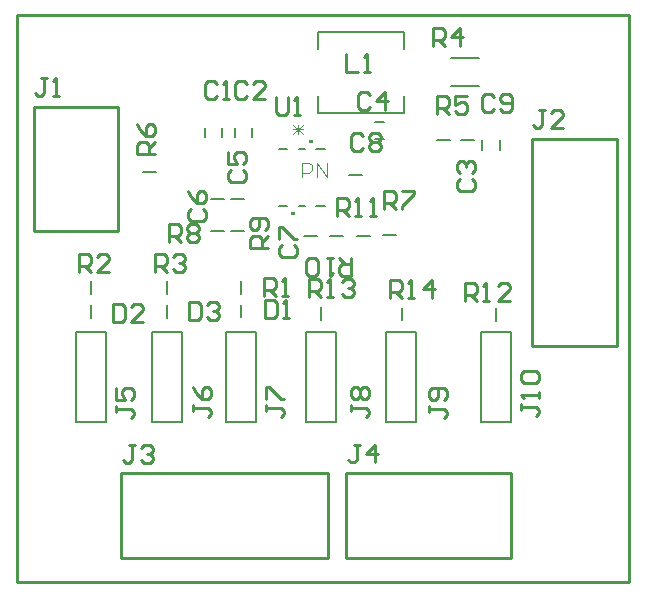
<source format=gto>
G04 FAB 3000 Version 7.8.18 - Gerber/CAM Software*
G04 RS274-X Output*
%FSLAX44Y44*%
%MIA0B0*%
%MOMM*%
%SFA1.000000B1.000000*%

%IPPOS*%
%ADD10R,1.300000X1.000000*%
%ADD11R,1.000000X1.300000*%
%ADD12R,1.100000X1.700000*%
%ADD13R,1.200000X2.599990*%
%ADD14R,1.700000X1.100000*%
%ADD15R,2.050010X3.049980*%
%ADD16R,0.280010X0.850010*%
%ADD17R,0.850010X0.280010*%
%ADD18R,1.949980X3.199990*%
%ADD19C,0.254000*%
%ADD20C,0.127000*%
%ADD21C,3.299990*%
%ADD22C,2.100000*%
%ADD23R,2.100000X2.100000*%
%ADD24R,2.100000X2.100000*%
%ADD25R,1.500000X1.500000*%
%ADD26C,1.500000*%
%ADD27C,0.660400*%
%ADD28C,0.025400*%
%ADD29C,0.200000*%
%ADD30C,0.152400*%
%ADD31C,0.076200*%
%ADD32C,6.999990*%
%ADD33C,0.100000*%
%ADD34C,0.050800*%
%ADD35C,0.067690*%
%LNcartercharger_0*%
%LPD*%
G54D19*
X204295Y1154349D02*
G01X722295D01*
X508507Y1082293D02*
G01X518667D01*
G54D29*
X459231Y1140205D02*
G01X532129D01*
X459231Y1072133D02*
G01X532129D01*
G54D19*
X438657Y1070355D02*
G01X443737D01*
X441197Y1085595D02*
G01X438657Y1083055D01*
G54D31*
X438149Y1057909D02*
G01X446531D01*
X438149Y1053591D02*
G01X446531Y1061973D01*
X438149D02*
G01X446531Y1053591D01*
G54D19*
X483107Y694943D02*
G01X623061D01*
X483107Y766825D02*
G01X623061D01*
X500125Y822197D02*
G01X502665Y819657D01*
D02*
G01Y817117D01*
D02*
G01X500125Y814577D01*
Y839977D02*
G01X502665Y837437D01*
D02*
G01Y832357D01*
D02*
G01X500125Y829817D01*
X507237Y790955D02*
G01X499617Y783335D01*
D02*
G01X509777D01*
X423417Y1072895D02*
G01X425957Y1070355D01*
D02*
G01X431037D01*
D02*
G01X433577Y1072895D01*
X391159Y1098549D02*
G01X388873Y1096009D01*
D02*
G01Y1085849D01*
D02*
G01X391159Y1083563D01*
X423417Y1085595D02*
G01Y1072895D01*
X433577D02*
G01Y1085595D01*
X398779Y1096009D02*
G01X396239Y1098549D01*
D02*
G01X391159D01*
Y1083563D02*
G01X396239D01*
D02*
G01X398779Y1085849D01*
X406399Y1098549D02*
G01X403859Y1096009D01*
X411479Y1098549D02*
G01X406399D01*
X414019Y1096009D02*
G01X411479Y1098549D01*
X414019Y1093469D02*
G01Y1096009D01*
X403859Y1083563D02*
G01X414019Y1093469D01*
Y1083563D02*
G01X403859D01*
X479805Y928369D02*
G01X482345Y930909D01*
X475487Y999489D02*
G01X483107D01*
Y989329D02*
G01X475487D01*
X480567D02*
G01X485647Y984249D01*
X486917Y933957D02*
G01X479297D01*
D02*
G01X476757Y936497D01*
Y941577D02*
G01X479297Y944117D01*
D02*
G01X486917D01*
X481837D02*
G01X476757Y949197D01*
G54D29*
X469391Y967231D02*
G01X480313D01*
G36*
X455167Y1046225D02*
G01X451357D01*
Y1048765D01*
X455167D01*
Y1046225D01*
G37*
G54D19*
X443737Y1070355D02*
G01X441197D01*
D02*
G01Y1085595D01*
G54D30*
X457961Y1041653D02*
G01X465073D01*
X442975D02*
G01X448309D01*
G54D31*
X445769Y1029715D02*
G01X451865D01*
D02*
G01X454151Y1027683D01*
X442467Y1053591D02*
G01Y1061973D01*
G54D29*
X459231Y1126235D02*
G01Y1140205D01*
Y1072133D02*
G01Y1086103D01*
G54D19*
X416559Y957833D02*
G01X401319D01*
X411479Y962913D02*
G01X416559Y967993D01*
X414019Y973073D02*
G01X416559Y975613D01*
D02*
G01Y980693D01*
D02*
G01X414019Y983233D01*
X413511Y932433D02*
G01X421131D01*
Y922273D02*
G01X413511D01*
X362203Y980693D02*
G01X364743Y983233D01*
Y1003553D02*
G01X362203Y1006093D01*
X364743Y998473D02*
G01Y1003553D01*
X362203Y995933D02*
G01X364743Y998473D01*
Y988313D02*
G01X362203Y990853D01*
X364743Y983233D02*
G01Y988313D01*
G54D29*
X368807Y998727D02*
G01X379983D01*
X368807Y971549D02*
G01X379983D01*
G36*
X439927Y985519D02*
G01X436117D01*
Y988059D01*
X439927D01*
Y985519D01*
G37*
G54D19*
X475487Y984249D02*
G01Y999489D01*
G54D30*
X457961Y992631D02*
G01X465073D01*
X426211D02*
G01X433323D01*
G54D31*
X454151Y1023365D02*
G01X451865Y1021333D01*
D02*
G01X445769D01*
G54D30*
X442975Y992631D02*
G01X448309D01*
G54D29*
X507491Y1064513D02*
G01X515365D01*
G54D19*
X483361Y1121663D02*
G01Y1106423D01*
D02*
G01X493521D01*
X498601D02*
G01X503681D01*
D02*
G01X501141D01*
D02*
G01Y1121663D01*
D02*
G01X498601Y1119123D01*
X500887Y1089913D02*
G01X495807D01*
D02*
G01X493267Y1087373D01*
D02*
G01Y1077213D01*
D02*
G01X495807Y1074673D01*
D02*
G01X500887D01*
D02*
G01X503427Y1077213D01*
X516127Y1074673D02*
G01Y1089913D01*
D02*
G01X508507Y1082293D01*
X503427Y1087373D02*
G01X500887Y1089913D01*
X487425Y1042415D02*
G01X489965Y1039875D01*
D02*
G01X495045D01*
X505205D02*
G01X502665Y1042415D01*
D02*
G01Y1044955D01*
X510285Y1039875D02*
G01X505205D01*
X512825Y1042415D02*
G01X510285Y1039875D01*
X512825Y1044955D02*
G01Y1042415D01*
X495045Y1039875D02*
G01X497585Y1042415D01*
X487425Y1052575D02*
G01Y1042415D01*
X502665Y1044955D02*
G01X505205Y1047495D01*
D02*
G01X502665Y1050035D01*
X505205Y1047495D02*
G01X510285D01*
D02*
G01X512825Y1044955D01*
Y1050035D02*
G01X510285Y1047495D01*
X497585Y1052575D02*
G01X495045Y1055115D01*
D02*
G01X489965D01*
D02*
G01X487425Y1052575D01*
X502665Y1050035D02*
G01Y1052575D01*
G54D29*
X507491Y1049527D02*
G01X515365D01*
G54D19*
X512825Y1052575D02*
G01Y1050035D01*
X510285Y1055115D02*
G01X512825Y1052575D01*
X505205Y1055115D02*
G01X510285D01*
X502665Y1052575D02*
G01X505205Y1055115D01*
X559815Y1070609D02*
G01Y1085849D01*
X567435D02*
G01X569975Y1083309D01*
D02*
G01Y1078229D01*
X575055Y1085849D02*
G01Y1078229D01*
X608583Y1085595D02*
G01X606043Y1088135D01*
X600963D02*
G01X598423Y1085595D01*
D02*
G01Y1075435D01*
X623823D02*
G01Y1085595D01*
D02*
G01X621283Y1088135D01*
X616203D02*
G01X613663Y1085595D01*
G54D29*
X532129Y1072133D02*
G01Y1086103D01*
G54D19*
X613663Y1085595D02*
G01Y1083055D01*
X640079Y1049781D02*
G01X712215D01*
X576579Y1028953D02*
G01X579119Y1031493D01*
D02*
G01X581659D01*
D02*
G01X584199Y1028953D01*
D02*
G01X586739Y1031493D01*
D02*
G01X589279D01*
D02*
G01X591819Y1028953D01*
G54D29*
X580135Y1049273D02*
G01X591057D01*
X598423Y1040637D02*
G01Y1048511D01*
X559815D02*
G01X570991D01*
X613409Y1040637D02*
G01Y1048511D01*
G54D19*
X415035Y821943D02*
G01X427735D01*
D02*
G01X430275Y819403D01*
Y816863D02*
G01X427735Y814323D01*
X417575Y839723D02*
G01X427735Y829563D01*
D02*
G01X430275D01*
X288543Y821435D02*
G01X301243D01*
X296163Y839215D02*
G01X301243D01*
X304291Y790701D02*
G01X299211D01*
D02*
G01X301751D01*
Y778001D02*
G01X299211Y775461D01*
D02*
G01X296671D01*
G54D29*
X380999Y886459D02*
G01X406399D01*
X380999Y810259D02*
G01X406399D01*
X393953Y898651D02*
G01Y909573D01*
G54D19*
X415035Y824483D02*
G01Y819403D01*
D02*
G01Y821943D01*
Y829563D02*
G01Y839723D01*
D02*
G01X417575D01*
X424179Y900429D02*
G01Y910589D01*
D02*
G01X421639Y913129D01*
D02*
G01X414019D01*
G54D29*
X406399Y810259D02*
G01Y886459D01*
G54D19*
X421639Y897889D02*
G01X424179Y900429D01*
X414019Y897889D02*
G01X421639D01*
X414019Y913129D02*
G01Y897889D01*
X218439Y1076959D02*
G01X290321D01*
X229615Y1101089D02*
G01X224535D01*
D02*
G01X227075D01*
D02*
G01Y1088389D01*
D02*
G01X224535Y1085849D01*
X237235Y1101089D02*
G01X234695Y1098549D01*
X237235Y1085849D02*
G01Y1101089D01*
X239775Y1085849D02*
G01X237235D01*
X234695D02*
G01X239775D01*
X221995D02*
G01X219455Y1088389D01*
X224535Y1085849D02*
G01X221995D01*
X380999Y1098549D02*
G01X378459Y1096009D01*
X380999Y1083563D02*
G01Y1098549D01*
X383539Y1083563D02*
G01X380999D01*
X378459D02*
G01X383539D01*
X370839D02*
G01X373379Y1085849D01*
X365759Y1083563D02*
G01X370839D01*
X363473Y1085849D02*
G01X365759Y1083563D01*
X363473Y1096009D02*
G01Y1085849D01*
X365759Y1098549D02*
G01X363473Y1096009D01*
X370839Y1098549D02*
G01X365759D01*
X373379Y1096009D02*
G01X370839Y1098549D01*
X651509Y1073911D02*
G01X646429D01*
D02*
G01X648969D01*
D02*
G01Y1061211D01*
X659129Y1073911D02*
G01X656589Y1071371D01*
X664209Y1073911D02*
G01X659129D01*
X666749Y1071371D02*
G01X664209Y1073911D01*
X666749Y1068831D02*
G01Y1071371D01*
X656589Y1058671D02*
G01X666749Y1068831D01*
Y1058671D02*
G01X656589D01*
X643889D02*
G01X641349Y1061211D01*
X646429Y1058671D02*
G01X643889D01*
X648969Y1061211D02*
G01X646429Y1058671D01*
G54D29*
X318769Y810259D02*
G01X344169D01*
X318769Y886459D02*
G01X344169D01*
G54D19*
X353059Y824229D02*
G01Y819149D01*
D02*
G01Y821689D01*
Y839469D02*
G01X355599Y834389D01*
G54D29*
X344169Y810259D02*
G01Y886459D01*
X331469Y898397D02*
G01Y909319D01*
G54D19*
X357377Y912113D02*
G01X349757D01*
Y896873D02*
G01X357377D01*
X349757Y912113D02*
G01Y896873D01*
G54D29*
X318769Y810259D02*
G01Y886459D01*
G54D19*
X303783Y909827D02*
G01X301243Y907287D01*
X308863Y909827D02*
G01X303783D01*
X311403Y907287D02*
G01X308863Y909827D01*
X311403Y904747D02*
G01Y907287D01*
X301243Y894587D02*
G01X311403Y904747D01*
Y894587D02*
G01X301243D01*
X292861Y694689D02*
G01Y766571D01*
X288543Y823975D02*
G01Y818895D01*
D02*
G01Y821435D01*
G54D29*
X253999Y810259D02*
G01X279399D01*
G54D19*
X296671Y775461D02*
G01X294131Y778001D01*
X293623Y836675D02*
G01X296163Y839215D01*
X293623Y834135D02*
G01Y836675D01*
X296163Y829055D02*
G01X293623Y834135D01*
X288543Y829055D02*
G01X296163D01*
X288543Y839215D02*
G01Y829055D01*
G54D29*
X253999Y810259D02*
G01Y886459D01*
X279399Y810259D02*
G01Y886459D01*
G54D19*
X293623Y909827D02*
G01X286003D01*
G54D29*
X253999Y886459D02*
G01X279399D01*
X267207Y897889D02*
G01Y908811D01*
G54D19*
X296163Y907287D02*
G01X293623Y909827D01*
X296163Y897127D02*
G01Y907287D01*
X293623Y894587D02*
G01X296163Y897127D01*
X286003Y894587D02*
G01X293623D01*
X286003Y909827D02*
G01Y894587D01*
X316991Y790701D02*
G01X319531Y788161D01*
D02*
G01Y785621D01*
D02*
G01X316991Y783081D01*
D02*
G01X314451D01*
D02*
G01X316991D01*
D02*
G01X319531Y780541D01*
D02*
G01Y778001D01*
X311911Y775461D02*
G01X309371Y778001D01*
X316991Y775461D02*
G01X311911D01*
X319531Y778001D02*
G01X316991Y775461D01*
X311911Y790701D02*
G01X316991D01*
X309371Y788161D02*
G01X311911Y790701D01*
X301751D02*
G01Y778001D01*
X301243Y821435D02*
G01X303783Y818895D01*
D02*
G01Y816355D01*
Y831595D02*
G01X301243Y829055D01*
X303783Y836675D02*
G01Y831595D01*
X301243Y839215D02*
G01X303783Y836675D01*
Y816355D02*
G01X301243Y813815D01*
X365759Y821689D02*
G01X368299Y819149D01*
D02*
G01Y816609D01*
D02*
G01X365759Y814069D01*
Y839469D02*
G01X363219D01*
X368299Y836929D02*
G01X365759Y839469D01*
X368299Y831849D02*
G01Y836929D01*
X365759Y829309D02*
G01X368299Y831849D01*
G54D29*
X380999Y810259D02*
G01Y886459D01*
G54D19*
X370077Y904493D02*
G01X372617D01*
D02*
G01X375157Y901953D01*
D02*
G01Y899413D01*
D02*
G01X372617Y896873D01*
D02*
G01X367537D01*
D02*
G01X364997Y899413D01*
X372617Y904493D02*
G01X370077D01*
X375157Y907033D02*
G01X372617Y904493D01*
X375157Y909573D02*
G01Y907033D01*
X372617Y912113D02*
G01X375157Y909573D01*
X367537Y912113D02*
G01X372617D01*
X364997Y909573D02*
G01X367537Y912113D01*
G54D29*
X448817Y809751D02*
G01Y885951D01*
X474217Y809751D02*
G01Y885951D01*
G54D19*
X429259Y897889D02*
G01X434339D01*
D02*
G01X431799D01*
D02*
G01Y913129D01*
D02*
G01X429259Y910589D01*
G54D29*
X461771Y896619D02*
G01Y907541D01*
X448817Y885951D02*
G01X474217D01*
G54D19*
X467867Y694689D02*
G01Y766571D01*
X483107Y694943D02*
G01Y766825D01*
X494537Y790955D02*
G01X489457D01*
D02*
G01X491997D01*
D02*
G01Y778255D01*
D02*
G01X489457Y775969D01*
D02*
G01X486917D01*
D02*
G01X484377Y778255D01*
G54D29*
X448817Y809751D02*
G01X474217D01*
G54D19*
X430275Y819403D02*
G01Y816863D01*
X487425Y822197D02*
G01X500125D01*
X487425Y819657D02*
G01Y822197D01*
Y824737D02*
G01Y819657D01*
X489965Y839977D02*
G01X492505D01*
D02*
G01X495045Y837437D01*
D02*
G01X497585Y839977D01*
D02*
G01X500125D01*
Y829817D02*
G01X497585D01*
D02*
G01X495045Y832357D01*
D02*
G01X492505Y829817D01*
D02*
G01X489965D01*
X495045Y832357D02*
G01Y837437D01*
X487425D02*
G01X489965Y839977D01*
X487425Y832357D02*
G01Y837437D01*
X489965Y829817D02*
G01X487425Y832357D01*
X552957Y823467D02*
G01Y818387D01*
D02*
G01Y820927D01*
G54D29*
X516889Y810259D02*
G01X542289D01*
X516889D02*
G01Y886459D01*
D02*
G01X542289D01*
Y810259D02*
G01Y886459D01*
X530097Y896111D02*
G01Y907033D01*
G54D19*
X507237Y775969D02*
G01Y790955D01*
X560577Y831087D02*
G01Y838707D01*
X558037Y828547D02*
G01X560577Y831087D01*
X555497Y828547D02*
G01X558037D01*
X552957Y831087D02*
G01X555497Y828547D01*
X552957Y836167D02*
G01Y831087D01*
X555497Y838707D02*
G01X552957Y836167D01*
Y820927D02*
G01X565657D01*
D02*
G01X568197Y818387D01*
Y815847D02*
G01X565657Y813307D01*
Y828547D02*
G01X568197Y831087D01*
Y836167D02*
G01X565657Y838707D01*
D02*
G01X555497D01*
X598931Y912875D02*
G01X604011D01*
D02*
G01X601471D01*
G54D29*
X596899Y810259D02*
G01Y886459D01*
G54D19*
X568197Y831087D02*
G01Y836167D01*
Y818387D02*
G01Y815847D01*
G54D29*
X596899Y810259D02*
G01X622299D01*
X596899Y886459D02*
G01X622299D01*
G54D19*
X623061Y694943D02*
G01Y766825D01*
X621791Y912875D02*
G01X611631D01*
G54D29*
X622299Y810259D02*
G01Y886459D01*
X610361Y895349D02*
G01Y906271D01*
G54D19*
X631189Y825499D02*
G01Y820419D01*
Y850899D02*
G01X633729Y853439D01*
X631189Y845819D02*
G01Y850899D01*
X633729Y843279D02*
G01X631189Y845819D01*
Y833119D02*
G01X633729Y830579D01*
X631189Y820419D02*
G01Y822959D01*
X640079Y874775D02*
G01X712215D01*
X643889Y843279D02*
G01X633729D01*
Y853439D02*
G01X643889D01*
X646429Y833119D02*
G01X631189D01*
Y822959D02*
G01X643889D01*
D02*
G01X646429Y820419D01*
D02*
G01Y817879D01*
D02*
G01X643889Y815339D01*
X646429Y830579D02*
G01Y835659D01*
D02*
G01Y833119D01*
Y845819D02*
G01X643889Y843279D01*
X646429Y850899D02*
G01Y845819D01*
X643889Y853439D02*
G01X646429Y850899D01*
X218439Y971803D02*
G01X290321D01*
X257047Y937259D02*
G01Y952499D01*
D02*
G01X264667D01*
D02*
G01X267207Y949959D01*
D02*
G01Y944879D01*
D02*
G01X264667Y942339D01*
G54D29*
X267207Y918209D02*
G01Y929131D01*
G54D19*
X274827Y952499D02*
G01X272287Y949959D01*
X279907Y952499D02*
G01X274827D01*
X282447Y949959D02*
G01X279907Y952499D01*
X282447Y947419D02*
G01Y949959D01*
X272287Y937259D02*
G01X282447Y947419D01*
Y937259D02*
G01X272287D01*
X262127Y942339D02*
G01X267207Y937259D01*
X264667Y942339D02*
G01X257047D01*
X333247Y962405D02*
G01Y977645D01*
X343407Y975105D02*
G01Y970025D01*
D02*
G01X340867Y967485D01*
X348487D02*
G01X351027Y970025D01*
D02*
G01X348487Y972565D01*
X351027Y970025D02*
G01X356107D01*
X333247Y977645D02*
G01X340867D01*
D02*
G01X343407Y975105D01*
X348487D02*
G01X351027Y977645D01*
D02*
G01X356107D01*
X348487Y972565D02*
G01Y975105D01*
X352043Y990853D02*
G01X349503Y988313D01*
D02*
G01Y983233D01*
G54D29*
X311403Y1021587D02*
G01X322325D01*
G54D19*
X357123Y1003553D02*
G01Y995933D01*
X352043Y1001013D02*
G01X357123Y995933D01*
X349503Y1006093D02*
G01X352043Y1001013D01*
X349503Y983233D02*
G01X352043Y980693D01*
X321309Y937259D02*
G01Y952499D01*
D02*
G01X328929D01*
D02*
G01X331469Y949959D01*
G54D29*
Y918209D02*
G01Y929131D01*
G54D19*
X326389Y942339D02*
G01X331469Y937259D01*
X328929Y942339D02*
G01X321309D01*
X331469Y944879D02*
G01X328929Y942339D01*
X331469Y949959D02*
G01Y944879D01*
X340867Y967485D02*
G01X333247D01*
X338327D02*
G01X343407Y962405D01*
X356107D02*
G01X351027D01*
D02*
G01X348487Y964945D01*
D02*
G01Y967485D01*
X346709Y949959D02*
G01Y947419D01*
D02*
G01X344169Y944879D01*
D02*
G01X341629D01*
D02*
G01X344169D01*
D02*
G01X346709Y942339D01*
D02*
G01Y939799D01*
D02*
G01X344169Y937259D01*
D02*
G01X339089D01*
D02*
G01X336549Y939799D01*
X344169Y952499D02*
G01X346709Y949959D01*
X339089Y952499D02*
G01X344169D01*
X336549Y949959D02*
G01X339089Y952499D01*
X569975Y1078229D02*
G01X567435Y1075689D01*
X577595Y1070609D02*
G01X575055Y1073149D01*
X582675Y1070609D02*
G01X577595D01*
X585215Y1073149D02*
G01X582675Y1070609D01*
X585215Y1078229D02*
G01Y1073149D01*
X582675Y1080769D02*
G01X585215Y1078229D01*
X580135Y1080769D02*
G01X582675D01*
X575055Y1078229D02*
G01X580135Y1080769D01*
X564895Y1075689D02*
G01X569975Y1070609D01*
X567435Y1075689D02*
G01X559815D01*
X598423Y1075435D02*
G01X600963Y1072895D01*
X613663Y1083055D02*
G01X616203Y1080515D01*
D02*
G01X623823D01*
X621283Y1072895D02*
G01X623823Y1075435D01*
X616203Y1072895D02*
G01X621283D01*
X613663Y1075435D02*
G01X616203Y1072895D01*
X606043D02*
G01X608583Y1075435D01*
X600963Y1072895D02*
G01X606043D01*
G54D29*
X571753Y1094485D02*
G01X595883D01*
G54D19*
X621283Y1088135D02*
G01X616203D01*
X606043D02*
G01X600963D01*
X585215Y1085849D02*
G01X575055D01*
X559815D02*
G01X567435D01*
G54D29*
X571753Y1118361D02*
G01X595883D01*
X532129Y1126235D02*
G01Y1140205D01*
G54D19*
X572261Y1136141D02*
G01X582421D01*
X579881Y1143761D02*
G01X572261Y1136141D01*
X579881Y1128521D02*
G01Y1143761D01*
X562101Y1133601D02*
G01X567181Y1128521D01*
X564641Y1133601D02*
G01X557021D01*
X567181Y1136141D02*
G01X564641Y1133601D01*
X567181Y1141221D02*
G01Y1136141D01*
X564641Y1143761D02*
G01X567181Y1141221D01*
X557021Y1143761D02*
G01X564641D01*
X557021Y1128521D02*
G01Y1143761D01*
G54D30*
X426211Y1041653D02*
G01X433323D01*
G54D29*
X378205Y1051305D02*
G01Y1059179D01*
X403605Y1051305D02*
G01Y1059179D01*
X388619Y1051305D02*
G01Y1059179D01*
G54D19*
X398017Y1035811D02*
G01Y1030731D01*
X395477Y1038351D02*
G01X398017Y1035811D01*
X390397Y1038351D02*
G01X395477D01*
X387857Y1035811D02*
G01X390397Y1038351D01*
X387857Y1033271D02*
G01Y1035811D01*
X316229Y1042415D02*
G01X321309Y1047495D01*
X316229Y1044955D02*
G01Y1037335D01*
X313689Y1047495D02*
G01X316229Y1044955D01*
X308609Y1047495D02*
G01X313689D01*
X306069Y1044955D02*
G01X308609Y1047495D01*
X306069Y1037335D02*
G01Y1044955D01*
X321309Y1037335D02*
G01X306069D01*
X313689Y1052575D02*
G01X318769D01*
D02*
G01X321309Y1055115D01*
D02*
G01Y1060195D01*
D02*
G01X318769Y1062735D01*
D02*
G01X316229D01*
D02*
G01X313689Y1060195D01*
D02*
G01Y1052575D01*
G54D29*
X363219Y1051305D02*
G01Y1059179D01*
G54D19*
X308609Y1057655D02*
G01X313689Y1052575D01*
X306069Y1062735D02*
G01X308609Y1057655D01*
X537971Y930655D02*
G01X535431Y928115D01*
X540257Y1003045D02*
G01X530097Y992885D01*
Y1005585D02*
G01X540257D01*
X204295Y674449D02*
G01X722295D01*
X292861Y766571D02*
G01X467867D01*
X292861Y694689D02*
G01X467867D01*
X359917Y909573D02*
G01X357377Y912113D01*
X359917Y899413D02*
G01Y909573D01*
X357377Y896873D02*
G01X359917Y899413D01*
X360679Y836929D02*
G01Y829309D01*
X363219Y839469D02*
G01X360679Y836929D01*
Y829309D02*
G01X365759D01*
X355599Y834389D02*
G01X360679Y829309D01*
X353059Y821689D02*
G01X365759D01*
X356107Y977645D02*
G01X358647Y975105D01*
X359663Y1006093D02*
G01X357123Y1003553D01*
X362203Y1006093D02*
G01X359663D01*
X357123Y995933D02*
G01X362203D01*
X352043Y980693D02*
G01X362203D01*
X358647Y964945D02*
G01X356107Y962405D01*
X358647Y967485D02*
G01Y964945D01*
X356107Y970025D02*
G01X358647Y967485D01*
Y972565D02*
G01X356107Y970025D01*
X358647Y975105D02*
G01Y972565D01*
X385317Y1023111D02*
G01X382777Y1020571D01*
G54D29*
X385825Y998727D02*
G01X396747D01*
X385825Y971549D02*
G01X396747D01*
X393953Y918209D02*
G01Y929131D01*
G54D19*
X385317Y1012951D02*
G01X395477D01*
X382777Y1015491D02*
G01X385317Y1012951D01*
X382777Y1020571D02*
G01Y1015491D01*
X398017Y1020571D02*
G01X395477Y1023111D01*
X398017Y1015491D02*
G01Y1020571D01*
X395477Y1012951D02*
G01X398017Y1015491D01*
X401319Y957833D02*
G01Y965453D01*
D02*
G01X403859Y967993D01*
D02*
G01X408939D01*
D02*
G01X411479Y965453D01*
D02*
G01Y957833D01*
X408939Y975613D02*
G01Y983233D01*
X406399Y973073D02*
G01X408939Y975613D01*
X403859Y973073D02*
G01X406399D01*
X401319Y975613D02*
G01X403859Y973073D01*
X401319Y980693D02*
G01Y975613D01*
X403859Y983233D02*
G01X401319Y980693D01*
X414019Y983233D02*
G01X403859D01*
X471677Y949197D02*
G01X466597D01*
D02*
G01X469137D01*
D02*
G01Y933957D01*
X448817Y946657D02*
G01X451357Y949197D01*
D02*
G01X456437D01*
D02*
G01X458977Y946657D01*
X426465Y952499D02*
G01X429005Y949959D01*
D02*
G01X439165D01*
D02*
G01X441705Y952499D01*
X429005Y960119D02*
G01X426465Y957579D01*
D02*
G01Y952499D01*
X441705D02*
G01Y957579D01*
D02*
G01X439165Y960119D01*
X426465Y965199D02*
G01Y975359D01*
D02*
G01X429005D01*
D02*
G01X439165Y965199D01*
D02*
G01X441705D01*
G54D29*
X447547Y967231D02*
G01X458723D01*
G54D19*
X508507Y984249D02*
G01X505967D01*
X503427D02*
G01X508507D01*
X520191Y930655D02*
G01X527811D01*
D02*
G01X530351Y928115D01*
D02*
G01Y923035D01*
D02*
G01X527811Y920495D01*
D02*
G01X520191D01*
X519937Y995425D02*
G01X525017Y990345D01*
X530097Y992885D02*
G01Y990345D01*
G54D29*
X514603Y968247D02*
G01X525525D01*
G54D19*
X522477Y995425D02*
G01X514857D01*
X525017Y997965D02*
G01X522477Y995425D01*
X525017Y1003045D02*
G01Y997965D01*
X522477Y1005585D02*
G01X525017Y1003045D01*
X514857Y1005585D02*
G01X522477D01*
X514857Y990345D02*
G01Y1005585D01*
X555751Y930655D02*
G01X548131Y923035D01*
D02*
G01X558291D01*
X583691Y928115D02*
G01X591311D01*
D02*
G01X593851Y925575D01*
D02*
G01Y920495D01*
X614171Y928115D02*
G01X611631Y925575D01*
X619251Y928115D02*
G01X614171D01*
X621791Y925575D02*
G01X619251Y928115D01*
X621791Y923035D02*
G01Y925575D01*
X601471Y928115D02*
G01X598931Y925575D01*
X591311Y917955D02*
G01X583691D01*
X593851Y920495D02*
G01X591311Y917955D01*
X540257Y1005585D02*
G01Y1003045D01*
X579119Y1016253D02*
G01X576579Y1013713D01*
D02*
G01Y1008633D01*
D02*
G01X579119Y1006093D01*
D02*
G01X589279D01*
D02*
G01X591819Y1008633D01*
D02*
G01Y1013713D01*
D02*
G01X589279Y1016253D01*
X591819Y1023873D02*
G01X589279Y1021333D01*
X579119D02*
G01X576579Y1023873D01*
X482345Y930909D02*
G01X487425D01*
D02*
G01X489965Y928369D01*
D02*
G01Y925829D01*
X486917Y949197D02*
G01Y933957D01*
G54D29*
X491997Y967231D02*
G01X503173D01*
G54D19*
X489965Y920749D02*
G01Y918209D01*
X487425Y923289D02*
G01X489965Y920749D01*
X484885Y923289D02*
G01X487425D01*
D02*
G01X484885D01*
X489965Y925829D02*
G01X487425Y923289D01*
X493267Y999489D02*
G01X490727Y996949D01*
X505967Y984249D02*
G01Y999489D01*
D02*
G01X503427Y996949D01*
G54D29*
X485393Y1019555D02*
G01X496569D01*
G54D19*
X493267Y984249D02*
G01Y999489D01*
X495807Y984249D02*
G01X493267D01*
X490727D02*
G01X495807D01*
X485647Y991869D02*
G01X483107Y989329D01*
X485647Y996949D02*
G01Y991869D01*
X483107Y999489D02*
G01X485647Y996949D01*
X421131Y932433D02*
G01X423671Y929893D01*
D02*
G01Y924813D01*
D02*
G01X421131Y922273D01*
X431291Y932433D02*
G01X428751Y929893D01*
X448817Y936497D02*
G01Y946657D01*
X451357Y933957D02*
G01X448817Y936497D01*
X458977Y946657D02*
G01Y936497D01*
X456437Y933957D02*
G01X451357D01*
X458977Y936497D02*
G01X456437Y933957D01*
X469137D02*
G01X471677Y936497D01*
X476757D02*
G01Y941577D01*
X469645Y930909D02*
G01X467105Y928369D01*
X459485Y920749D02*
G01X451865D01*
X462025Y923289D02*
G01X459485Y920749D01*
X462025Y928369D02*
G01Y923289D01*
X459485Y930909D02*
G01X462025Y928369D01*
X451865Y930909D02*
G01X459485D01*
X431291Y917193D02*
G01Y932433D01*
X433831Y917193D02*
G01X431291D01*
X428751D02*
G01X433831D01*
X418591Y922273D02*
G01X423671Y917193D01*
X413511D02*
G01Y932433D01*
X482345Y915669D02*
G01X479805Y918209D01*
X487425Y915669D02*
G01X482345D01*
X489965Y918209D02*
G01X487425Y915669D01*
X469645D02*
G01Y930909D01*
X472185Y915669D02*
G01X469645D01*
X467105D02*
G01X472185D01*
X456945Y920749D02*
G01X462025Y915669D01*
X451865D02*
G01Y930909D01*
X520191Y915415D02*
G01Y930655D01*
X525271Y920495D02*
G01X530351Y915415D01*
X535431D02*
G01X540511D01*
D02*
G01X537971D01*
D02*
G01Y930655D01*
X555751Y915415D02*
G01Y930655D01*
X611631Y912875D02*
G01X621791Y923035D01*
X601471Y912875D02*
G01Y928115D01*
X588771Y917955D02*
G01X593851Y912875D01*
X583691D02*
G01Y928115D01*
X204295Y674449D02*
G01Y1154349D01*
G54D31*
X445769Y1017269D02*
G01Y1029715D01*
X454151Y1027683D02*
G01Y1023365D01*
X458215Y1017269D02*
G01Y1029715D01*
G54D19*
X398017Y1030731D02*
G01X395477Y1028191D01*
X390397D02*
G01X387857Y1033271D01*
X382777Y1028191D02*
G01X390397D01*
X382777Y1038351D02*
G01Y1028191D01*
X290321Y971803D02*
G01Y1076959D01*
X218439Y971803D02*
G01Y1076959D01*
G54D31*
X458215Y1029715D02*
G01X466851Y1017269D01*
G54D19*
X722295Y674449D02*
G01Y1154349D01*
G54D31*
X466851Y1017269D02*
G01Y1029715D01*
G54D19*
X591819Y1028953D02*
G01Y1023873D01*
X584199Y1026413D02*
G01Y1028953D01*
D02*
G01Y1026413D01*
X576579Y1023873D02*
G01Y1028953D01*
X640079Y874775D02*
G01Y1049781D01*
X712215Y874775D02*
G01Y1049781D01*
M02*
</source>
